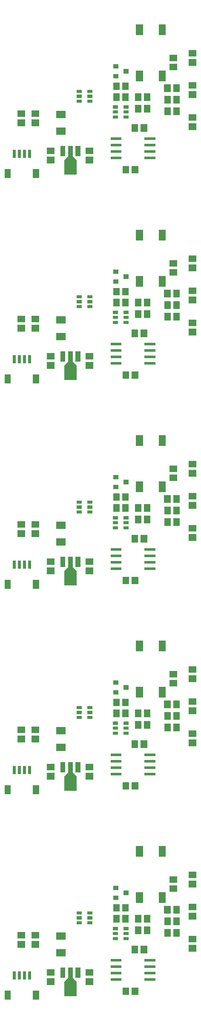
<source format=gbr>
G04 start of page 11 for group -4015 idx -4015 *
G04 Title: (unknown), toppaste *
G04 Creator: pcb 4.0.2 *
G04 CreationDate: Sun Oct 16 03:19:17 2022 UTC *
G04 For: ndholmes *
G04 Format: Gerber/RS-274X *
G04 PCB-Dimensions (mil): 3000.00 8100.00 *
G04 PCB-Coordinate-Origin: lower left *
%MOIN*%
%FSLAX25Y25*%
%LNTOPPASTE*%
%ADD78C,0.0001*%
G54D78*G36*
X231548Y719516D02*Y714398D01*
X237452D01*
Y719516D01*
X231548D01*
G37*
G36*
Y726602D02*Y721484D01*
X237452D01*
Y726602D01*
X231548D01*
G37*
G36*
X177516Y726452D02*X172398D01*
Y720548D01*
X177516D01*
Y726452D01*
G37*
G36*
X184602D02*X179484D01*
Y720548D01*
X184602D01*
Y726452D01*
G37*
G36*
Y717952D02*X179484D01*
Y712048D01*
X184602D01*
Y717952D01*
G37*
G36*
X177516D02*X172398D01*
Y712048D01*
X177516D01*
Y717952D01*
G37*
G36*
X231548Y744516D02*Y739398D01*
X237452D01*
Y744516D01*
X231548D01*
G37*
G36*
Y751602D02*Y746484D01*
X237452D01*
Y751602D01*
X231548D01*
G37*
G36*
X197000Y668500D02*Y666500D01*
X205500D01*
Y668500D01*
X197000D01*
G37*
G36*
Y673500D02*Y671500D01*
X205500D01*
Y673500D01*
X197000D01*
G37*
G36*
Y678500D02*Y676500D01*
X205500D01*
Y678500D01*
X197000D01*
G37*
G36*
Y683500D02*Y681500D01*
X205500D01*
Y683500D01*
X197000D01*
G37*
G36*
X170500D02*Y681500D01*
X179000D01*
Y683500D01*
X170500D01*
G37*
G36*
Y678500D02*Y676500D01*
X179000D01*
Y678500D01*
X170500D01*
G37*
G36*
Y673500D02*Y671500D01*
X179000D01*
Y673500D01*
X170500D01*
G37*
G36*
Y668500D02*Y666500D01*
X179000D01*
Y668500D01*
X170500D01*
G37*
G36*
X172500Y740700D02*Y737300D01*
X176500D01*
Y740700D01*
X172500D01*
G37*
G36*
Y732900D02*Y729500D01*
X176500D01*
Y732900D01*
X172500D01*
G37*
G36*
X180700Y736800D02*Y733400D01*
X184700D01*
Y736800D01*
X180700D01*
G37*
G36*
X231548Y694516D02*Y689398D01*
X237452D01*
Y694516D01*
X231548D01*
G37*
G36*
Y701602D02*Y696484D01*
X237452D01*
Y701602D01*
X231548D01*
G37*
G36*
X192016Y693952D02*X186898D01*
Y688048D01*
X192016D01*
Y693952D01*
G37*
G36*
X199102D02*X193984D01*
Y688048D01*
X199102D01*
Y693952D01*
G37*
G36*
X216548Y741016D02*Y735898D01*
X222452D01*
Y741016D01*
X216548D01*
G37*
G36*
Y748102D02*Y742984D01*
X222452D01*
Y748102D01*
X216548D01*
G37*
G36*
X144000Y720700D02*Y718300D01*
X148000D01*
Y720700D01*
X144000D01*
G37*
G36*
Y716800D02*Y714400D01*
X148000D01*
Y716800D01*
X144000D01*
G37*
G36*
Y712900D02*Y710500D01*
X148000D01*
Y712900D01*
X144000D01*
G37*
G36*
X152200D02*Y710500D01*
X156200D01*
Y712900D01*
X152200D01*
G37*
G36*
Y716800D02*Y714400D01*
X156200D01*
Y716800D01*
X152200D01*
G37*
G36*
Y720700D02*Y718300D01*
X156200D01*
Y720700D01*
X152200D01*
G37*
G36*
X151048Y675602D02*Y670484D01*
X156952D01*
Y675602D01*
X151048D01*
G37*
G36*
Y668516D02*Y663398D01*
X156952D01*
Y668516D01*
X151048D01*
G37*
G36*
X120548Y675602D02*Y670484D01*
X126452D01*
Y675602D01*
X120548D01*
G37*
G36*
Y668516D02*Y663398D01*
X126452D01*
Y668516D01*
X120548D01*
G37*
G36*
X146796Y676795D02*X143016D01*
Y668921D01*
X146796D01*
Y676795D01*
G37*
G36*
X140890D02*X137110D01*
Y661205D01*
X140890D01*
Y676795D01*
G37*
G36*
X143725Y666086D02*X134275D01*
Y654746D01*
X143725D01*
Y666086D01*
G37*
G36*
X140885Y668926D02*X139465Y667506D01*
X142305Y664666D01*
X143725Y666086D01*
X140885Y668926D01*
G37*
G36*
X138535Y667506D02*X137115Y668926D01*
X134275Y666086D01*
X135695Y664666D01*
X138535Y667506D01*
G37*
G36*
X134984Y676795D02*X131204D01*
Y668921D01*
X134984D01*
Y676795D01*
G37*
G36*
X96299Y673807D02*X93937D01*
Y667705D01*
X96299D01*
Y673807D01*
G37*
G36*
X100236D02*X97874D01*
Y667705D01*
X100236D01*
Y673807D01*
G37*
G36*
X104173D02*X101811D01*
Y667705D01*
X104173D01*
Y673807D01*
G37*
G36*
X108110D02*X105748D01*
Y667705D01*
X108110D01*
Y673807D01*
G37*
G36*
X92362Y659043D02*X87638D01*
Y651957D01*
X92362D01*
Y659043D01*
G37*
G36*
X114409D02*X109685D01*
Y651957D01*
X114409D01*
Y659043D01*
G37*
G36*
X195850Y735700D02*X190350D01*
Y727400D01*
X195850D01*
Y735700D01*
G37*
G36*
Y771600D02*X190350D01*
Y763300D01*
X195850D01*
Y771600D01*
G37*
G36*
X213650Y735700D02*X208150D01*
Y727400D01*
X213650D01*
Y735700D01*
G37*
G36*
Y771600D02*X208150D01*
Y763300D01*
X213650D01*
Y771600D01*
G37*
G36*
X180500Y700700D02*Y698300D01*
X184500D01*
Y700700D01*
X180500D01*
G37*
G36*
Y704600D02*Y702200D01*
X184500D01*
Y704600D01*
X180500D01*
G37*
G36*
Y708500D02*Y706100D01*
X184500D01*
Y708500D01*
X180500D01*
G37*
G36*
X172300D02*Y706100D01*
X176300D01*
Y708500D01*
X172300D01*
G37*
G36*
Y704600D02*Y702200D01*
X176300D01*
Y704600D01*
X172300D01*
G37*
G36*
Y700700D02*Y698300D01*
X176300D01*
Y700700D01*
X172300D01*
G37*
G36*
X217516Y715952D02*X212398D01*
Y710048D01*
X217516D01*
Y715952D01*
G37*
G36*
X224602D02*X219484D01*
Y710048D01*
X224602D01*
Y715952D01*
G37*
G36*
X217516Y706952D02*X212398D01*
Y701048D01*
X217516D01*
Y706952D01*
G37*
G36*
X224602D02*X219484D01*
Y701048D01*
X224602D01*
Y706952D01*
G37*
G36*
X192102Y661452D02*X186984D01*
Y655548D01*
X192102D01*
Y661452D01*
G37*
G36*
X185016D02*X179898D01*
Y655548D01*
X185016D01*
Y661452D01*
G37*
G36*
X217473Y724952D02*X212355D01*
Y719048D01*
X217473D01*
Y724952D01*
G37*
G36*
X224559D02*X219441D01*
Y719048D01*
X224559D01*
Y724952D01*
G37*
G36*
X194516Y717952D02*X189398D01*
Y712048D01*
X194516D01*
Y717952D01*
G37*
G36*
X201602D02*X196484D01*
Y712048D01*
X201602D01*
Y717952D01*
G37*
G36*
Y708952D02*X196484D01*
Y703048D01*
X201602D01*
Y708952D01*
G37*
G36*
X194516D02*X189398D01*
Y703048D01*
X194516D01*
Y708952D01*
G37*
G36*
X127750Y704250D02*Y698750D01*
X135250D01*
Y704250D01*
X127750D01*
G37*
G36*
Y691250D02*Y685750D01*
X135250D01*
Y691250D01*
X127750D01*
G37*
G36*
X108548Y704602D02*Y699484D01*
X114452D01*
Y704602D01*
X108548D01*
G37*
G36*
Y697516D02*Y692398D01*
X114452D01*
Y697516D01*
X108548D01*
G37*
G36*
X97548Y704602D02*Y699484D01*
X103452D01*
Y704602D01*
X97548D01*
G37*
G36*
Y697516D02*Y692398D01*
X103452D01*
Y697516D01*
X97548D01*
G37*
G36*
X231548Y559516D02*Y554398D01*
X237452D01*
Y559516D01*
X231548D01*
G37*
G36*
Y566602D02*Y561484D01*
X237452D01*
Y566602D01*
X231548D01*
G37*
G36*
X177516Y566452D02*X172398D01*
Y560548D01*
X177516D01*
Y566452D01*
G37*
G36*
X184602D02*X179484D01*
Y560548D01*
X184602D01*
Y566452D01*
G37*
G36*
Y557952D02*X179484D01*
Y552048D01*
X184602D01*
Y557952D01*
G37*
G36*
X177516D02*X172398D01*
Y552048D01*
X177516D01*
Y557952D01*
G37*
G36*
X231548Y584516D02*Y579398D01*
X237452D01*
Y584516D01*
X231548D01*
G37*
G36*
Y591602D02*Y586484D01*
X237452D01*
Y591602D01*
X231548D01*
G37*
G36*
X197000Y508500D02*Y506500D01*
X205500D01*
Y508500D01*
X197000D01*
G37*
G36*
Y513500D02*Y511500D01*
X205500D01*
Y513500D01*
X197000D01*
G37*
G36*
Y518500D02*Y516500D01*
X205500D01*
Y518500D01*
X197000D01*
G37*
G36*
Y523500D02*Y521500D01*
X205500D01*
Y523500D01*
X197000D01*
G37*
G36*
X170500D02*Y521500D01*
X179000D01*
Y523500D01*
X170500D01*
G37*
G36*
Y518500D02*Y516500D01*
X179000D01*
Y518500D01*
X170500D01*
G37*
G36*
Y513500D02*Y511500D01*
X179000D01*
Y513500D01*
X170500D01*
G37*
G36*
Y508500D02*Y506500D01*
X179000D01*
Y508500D01*
X170500D01*
G37*
G36*
X172500Y580700D02*Y577300D01*
X176500D01*
Y580700D01*
X172500D01*
G37*
G36*
Y572900D02*Y569500D01*
X176500D01*
Y572900D01*
X172500D01*
G37*
G36*
X180700Y576800D02*Y573400D01*
X184700D01*
Y576800D01*
X180700D01*
G37*
G36*
X231548Y534516D02*Y529398D01*
X237452D01*
Y534516D01*
X231548D01*
G37*
G36*
Y541602D02*Y536484D01*
X237452D01*
Y541602D01*
X231548D01*
G37*
G36*
X192016Y533952D02*X186898D01*
Y528048D01*
X192016D01*
Y533952D01*
G37*
G36*
X199102D02*X193984D01*
Y528048D01*
X199102D01*
Y533952D01*
G37*
G36*
X216548Y581016D02*Y575898D01*
X222452D01*
Y581016D01*
X216548D01*
G37*
G36*
Y588102D02*Y582984D01*
X222452D01*
Y588102D01*
X216548D01*
G37*
G36*
X144000Y560700D02*Y558300D01*
X148000D01*
Y560700D01*
X144000D01*
G37*
G36*
Y556800D02*Y554400D01*
X148000D01*
Y556800D01*
X144000D01*
G37*
G36*
Y552900D02*Y550500D01*
X148000D01*
Y552900D01*
X144000D01*
G37*
G36*
X152200D02*Y550500D01*
X156200D01*
Y552900D01*
X152200D01*
G37*
G36*
Y556800D02*Y554400D01*
X156200D01*
Y556800D01*
X152200D01*
G37*
G36*
Y560700D02*Y558300D01*
X156200D01*
Y560700D01*
X152200D01*
G37*
G36*
X151048Y515602D02*Y510484D01*
X156952D01*
Y515602D01*
X151048D01*
G37*
G36*
Y508516D02*Y503398D01*
X156952D01*
Y508516D01*
X151048D01*
G37*
G36*
X120548Y515602D02*Y510484D01*
X126452D01*
Y515602D01*
X120548D01*
G37*
G36*
Y508516D02*Y503398D01*
X126452D01*
Y508516D01*
X120548D01*
G37*
G36*
X146796Y516795D02*X143016D01*
Y508921D01*
X146796D01*
Y516795D01*
G37*
G36*
X140890D02*X137110D01*
Y501205D01*
X140890D01*
Y516795D01*
G37*
G36*
X143725Y506086D02*X134275D01*
Y494746D01*
X143725D01*
Y506086D01*
G37*
G36*
X140885Y508926D02*X139465Y507506D01*
X142305Y504666D01*
X143725Y506086D01*
X140885Y508926D01*
G37*
G36*
X138535Y507506D02*X137115Y508926D01*
X134275Y506086D01*
X135695Y504666D01*
X138535Y507506D01*
G37*
G36*
X134984Y516795D02*X131204D01*
Y508921D01*
X134984D01*
Y516795D01*
G37*
G36*
X96299Y513807D02*X93937D01*
Y507705D01*
X96299D01*
Y513807D01*
G37*
G36*
X100236D02*X97874D01*
Y507705D01*
X100236D01*
Y513807D01*
G37*
G36*
X104173D02*X101811D01*
Y507705D01*
X104173D01*
Y513807D01*
G37*
G36*
X108110D02*X105748D01*
Y507705D01*
X108110D01*
Y513807D01*
G37*
G36*
X92362Y499043D02*X87638D01*
Y491957D01*
X92362D01*
Y499043D01*
G37*
G36*
X114409D02*X109685D01*
Y491957D01*
X114409D01*
Y499043D01*
G37*
G36*
X195850Y575700D02*X190350D01*
Y567400D01*
X195850D01*
Y575700D01*
G37*
G36*
Y611600D02*X190350D01*
Y603300D01*
X195850D01*
Y611600D01*
G37*
G36*
X213650Y575700D02*X208150D01*
Y567400D01*
X213650D01*
Y575700D01*
G37*
G36*
Y611600D02*X208150D01*
Y603300D01*
X213650D01*
Y611600D01*
G37*
G36*
X180500Y540700D02*Y538300D01*
X184500D01*
Y540700D01*
X180500D01*
G37*
G36*
Y544600D02*Y542200D01*
X184500D01*
Y544600D01*
X180500D01*
G37*
G36*
Y548500D02*Y546100D01*
X184500D01*
Y548500D01*
X180500D01*
G37*
G36*
X172300D02*Y546100D01*
X176300D01*
Y548500D01*
X172300D01*
G37*
G36*
Y544600D02*Y542200D01*
X176300D01*
Y544600D01*
X172300D01*
G37*
G36*
Y540700D02*Y538300D01*
X176300D01*
Y540700D01*
X172300D01*
G37*
G36*
X217516Y555952D02*X212398D01*
Y550048D01*
X217516D01*
Y555952D01*
G37*
G36*
X224602D02*X219484D01*
Y550048D01*
X224602D01*
Y555952D01*
G37*
G36*
X217516Y546952D02*X212398D01*
Y541048D01*
X217516D01*
Y546952D01*
G37*
G36*
X224602D02*X219484D01*
Y541048D01*
X224602D01*
Y546952D01*
G37*
G36*
X192102Y501452D02*X186984D01*
Y495548D01*
X192102D01*
Y501452D01*
G37*
G36*
X185016D02*X179898D01*
Y495548D01*
X185016D01*
Y501452D01*
G37*
G36*
X217473Y564952D02*X212355D01*
Y559048D01*
X217473D01*
Y564952D01*
G37*
G36*
X224559D02*X219441D01*
Y559048D01*
X224559D01*
Y564952D01*
G37*
G36*
X194516Y557952D02*X189398D01*
Y552048D01*
X194516D01*
Y557952D01*
G37*
G36*
X201602D02*X196484D01*
Y552048D01*
X201602D01*
Y557952D01*
G37*
G36*
Y548952D02*X196484D01*
Y543048D01*
X201602D01*
Y548952D01*
G37*
G36*
X194516D02*X189398D01*
Y543048D01*
X194516D01*
Y548952D01*
G37*
G36*
X127750Y544250D02*Y538750D01*
X135250D01*
Y544250D01*
X127750D01*
G37*
G36*
Y531250D02*Y525750D01*
X135250D01*
Y531250D01*
X127750D01*
G37*
G36*
X108548Y544602D02*Y539484D01*
X114452D01*
Y544602D01*
X108548D01*
G37*
G36*
Y537516D02*Y532398D01*
X114452D01*
Y537516D01*
X108548D01*
G37*
G36*
X97548Y544602D02*Y539484D01*
X103452D01*
Y544602D01*
X97548D01*
G37*
G36*
Y537516D02*Y532398D01*
X103452D01*
Y537516D01*
X97548D01*
G37*
G36*
X231548Y399516D02*Y394398D01*
X237452D01*
Y399516D01*
X231548D01*
G37*
G36*
Y406602D02*Y401484D01*
X237452D01*
Y406602D01*
X231548D01*
G37*
G36*
X177516Y406452D02*X172398D01*
Y400548D01*
X177516D01*
Y406452D01*
G37*
G36*
X184602D02*X179484D01*
Y400548D01*
X184602D01*
Y406452D01*
G37*
G36*
Y397952D02*X179484D01*
Y392048D01*
X184602D01*
Y397952D01*
G37*
G36*
X177516D02*X172398D01*
Y392048D01*
X177516D01*
Y397952D01*
G37*
G36*
X231548Y424516D02*Y419398D01*
X237452D01*
Y424516D01*
X231548D01*
G37*
G36*
Y431602D02*Y426484D01*
X237452D01*
Y431602D01*
X231548D01*
G37*
G36*
X197000Y348500D02*Y346500D01*
X205500D01*
Y348500D01*
X197000D01*
G37*
G36*
Y353500D02*Y351500D01*
X205500D01*
Y353500D01*
X197000D01*
G37*
G36*
Y358500D02*Y356500D01*
X205500D01*
Y358500D01*
X197000D01*
G37*
G36*
Y363500D02*Y361500D01*
X205500D01*
Y363500D01*
X197000D01*
G37*
G36*
X170500D02*Y361500D01*
X179000D01*
Y363500D01*
X170500D01*
G37*
G36*
Y358500D02*Y356500D01*
X179000D01*
Y358500D01*
X170500D01*
G37*
G36*
Y353500D02*Y351500D01*
X179000D01*
Y353500D01*
X170500D01*
G37*
G36*
Y348500D02*Y346500D01*
X179000D01*
Y348500D01*
X170500D01*
G37*
G36*
X172500Y420700D02*Y417300D01*
X176500D01*
Y420700D01*
X172500D01*
G37*
G36*
Y412900D02*Y409500D01*
X176500D01*
Y412900D01*
X172500D01*
G37*
G36*
X180700Y416800D02*Y413400D01*
X184700D01*
Y416800D01*
X180700D01*
G37*
G36*
X231548Y374516D02*Y369398D01*
X237452D01*
Y374516D01*
X231548D01*
G37*
G36*
Y381602D02*Y376484D01*
X237452D01*
Y381602D01*
X231548D01*
G37*
G36*
X192016Y373952D02*X186898D01*
Y368048D01*
X192016D01*
Y373952D01*
G37*
G36*
X199102D02*X193984D01*
Y368048D01*
X199102D01*
Y373952D01*
G37*
G36*
X216548Y421016D02*Y415898D01*
X222452D01*
Y421016D01*
X216548D01*
G37*
G36*
Y428102D02*Y422984D01*
X222452D01*
Y428102D01*
X216548D01*
G37*
G36*
X144000Y400700D02*Y398300D01*
X148000D01*
Y400700D01*
X144000D01*
G37*
G36*
Y396800D02*Y394400D01*
X148000D01*
Y396800D01*
X144000D01*
G37*
G36*
Y392900D02*Y390500D01*
X148000D01*
Y392900D01*
X144000D01*
G37*
G36*
X152200D02*Y390500D01*
X156200D01*
Y392900D01*
X152200D01*
G37*
G36*
Y396800D02*Y394400D01*
X156200D01*
Y396800D01*
X152200D01*
G37*
G36*
Y400700D02*Y398300D01*
X156200D01*
Y400700D01*
X152200D01*
G37*
G36*
X151048Y355602D02*Y350484D01*
X156952D01*
Y355602D01*
X151048D01*
G37*
G36*
Y348516D02*Y343398D01*
X156952D01*
Y348516D01*
X151048D01*
G37*
G36*
X120548Y355602D02*Y350484D01*
X126452D01*
Y355602D01*
X120548D01*
G37*
G36*
Y348516D02*Y343398D01*
X126452D01*
Y348516D01*
X120548D01*
G37*
G36*
X146796Y356795D02*X143016D01*
Y348921D01*
X146796D01*
Y356795D01*
G37*
G36*
X140890D02*X137110D01*
Y341205D01*
X140890D01*
Y356795D01*
G37*
G36*
X143725Y346086D02*X134275D01*
Y334746D01*
X143725D01*
Y346086D01*
G37*
G36*
X140885Y348926D02*X139465Y347506D01*
X142305Y344666D01*
X143725Y346086D01*
X140885Y348926D01*
G37*
G36*
X138535Y347506D02*X137115Y348926D01*
X134275Y346086D01*
X135695Y344666D01*
X138535Y347506D01*
G37*
G36*
X134984Y356795D02*X131204D01*
Y348921D01*
X134984D01*
Y356795D01*
G37*
G36*
X96299Y353807D02*X93937D01*
Y347705D01*
X96299D01*
Y353807D01*
G37*
G36*
X100236D02*X97874D01*
Y347705D01*
X100236D01*
Y353807D01*
G37*
G36*
X104173D02*X101811D01*
Y347705D01*
X104173D01*
Y353807D01*
G37*
G36*
X108110D02*X105748D01*
Y347705D01*
X108110D01*
Y353807D01*
G37*
G36*
X92362Y339043D02*X87638D01*
Y331957D01*
X92362D01*
Y339043D01*
G37*
G36*
X114409D02*X109685D01*
Y331957D01*
X114409D01*
Y339043D01*
G37*
G36*
X195850Y415700D02*X190350D01*
Y407400D01*
X195850D01*
Y415700D01*
G37*
G36*
Y451600D02*X190350D01*
Y443300D01*
X195850D01*
Y451600D01*
G37*
G36*
X213650Y415700D02*X208150D01*
Y407400D01*
X213650D01*
Y415700D01*
G37*
G36*
Y451600D02*X208150D01*
Y443300D01*
X213650D01*
Y451600D01*
G37*
G36*
X180500Y380700D02*Y378300D01*
X184500D01*
Y380700D01*
X180500D01*
G37*
G36*
Y384600D02*Y382200D01*
X184500D01*
Y384600D01*
X180500D01*
G37*
G36*
Y388500D02*Y386100D01*
X184500D01*
Y388500D01*
X180500D01*
G37*
G36*
X172300D02*Y386100D01*
X176300D01*
Y388500D01*
X172300D01*
G37*
G36*
Y384600D02*Y382200D01*
X176300D01*
Y384600D01*
X172300D01*
G37*
G36*
Y380700D02*Y378300D01*
X176300D01*
Y380700D01*
X172300D01*
G37*
G36*
X217516Y395952D02*X212398D01*
Y390048D01*
X217516D01*
Y395952D01*
G37*
G36*
X224602D02*X219484D01*
Y390048D01*
X224602D01*
Y395952D01*
G37*
G36*
X217516Y386952D02*X212398D01*
Y381048D01*
X217516D01*
Y386952D01*
G37*
G36*
X224602D02*X219484D01*
Y381048D01*
X224602D01*
Y386952D01*
G37*
G36*
X192102Y341452D02*X186984D01*
Y335548D01*
X192102D01*
Y341452D01*
G37*
G36*
X185016D02*X179898D01*
Y335548D01*
X185016D01*
Y341452D01*
G37*
G36*
X217473Y404952D02*X212355D01*
Y399048D01*
X217473D01*
Y404952D01*
G37*
G36*
X224559D02*X219441D01*
Y399048D01*
X224559D01*
Y404952D01*
G37*
G36*
X194516Y397952D02*X189398D01*
Y392048D01*
X194516D01*
Y397952D01*
G37*
G36*
X201602D02*X196484D01*
Y392048D01*
X201602D01*
Y397952D01*
G37*
G36*
Y388952D02*X196484D01*
Y383048D01*
X201602D01*
Y388952D01*
G37*
G36*
X194516D02*X189398D01*
Y383048D01*
X194516D01*
Y388952D01*
G37*
G36*
X127750Y384250D02*Y378750D01*
X135250D01*
Y384250D01*
X127750D01*
G37*
G36*
Y371250D02*Y365750D01*
X135250D01*
Y371250D01*
X127750D01*
G37*
G36*
X108548Y384602D02*Y379484D01*
X114452D01*
Y384602D01*
X108548D01*
G37*
G36*
Y377516D02*Y372398D01*
X114452D01*
Y377516D01*
X108548D01*
G37*
G36*
X97548Y384602D02*Y379484D01*
X103452D01*
Y384602D01*
X97548D01*
G37*
G36*
Y377516D02*Y372398D01*
X103452D01*
Y377516D01*
X97548D01*
G37*
G36*
X231548Y239516D02*Y234398D01*
X237452D01*
Y239516D01*
X231548D01*
G37*
G36*
Y246602D02*Y241484D01*
X237452D01*
Y246602D01*
X231548D01*
G37*
G36*
X177516Y246452D02*X172398D01*
Y240548D01*
X177516D01*
Y246452D01*
G37*
G36*
X184602D02*X179484D01*
Y240548D01*
X184602D01*
Y246452D01*
G37*
G36*
Y237952D02*X179484D01*
Y232048D01*
X184602D01*
Y237952D01*
G37*
G36*
X177516D02*X172398D01*
Y232048D01*
X177516D01*
Y237952D01*
G37*
G36*
X231548Y264516D02*Y259398D01*
X237452D01*
Y264516D01*
X231548D01*
G37*
G36*
Y271602D02*Y266484D01*
X237452D01*
Y271602D01*
X231548D01*
G37*
G36*
X197000Y188500D02*Y186500D01*
X205500D01*
Y188500D01*
X197000D01*
G37*
G36*
Y193500D02*Y191500D01*
X205500D01*
Y193500D01*
X197000D01*
G37*
G36*
Y198500D02*Y196500D01*
X205500D01*
Y198500D01*
X197000D01*
G37*
G36*
Y203500D02*Y201500D01*
X205500D01*
Y203500D01*
X197000D01*
G37*
G36*
X170500D02*Y201500D01*
X179000D01*
Y203500D01*
X170500D01*
G37*
G36*
Y198500D02*Y196500D01*
X179000D01*
Y198500D01*
X170500D01*
G37*
G36*
Y193500D02*Y191500D01*
X179000D01*
Y193500D01*
X170500D01*
G37*
G36*
Y188500D02*Y186500D01*
X179000D01*
Y188500D01*
X170500D01*
G37*
G36*
X172500Y260700D02*Y257300D01*
X176500D01*
Y260700D01*
X172500D01*
G37*
G36*
Y252900D02*Y249500D01*
X176500D01*
Y252900D01*
X172500D01*
G37*
G36*
X180700Y256800D02*Y253400D01*
X184700D01*
Y256800D01*
X180700D01*
G37*
G36*
X231548Y214516D02*Y209398D01*
X237452D01*
Y214516D01*
X231548D01*
G37*
G36*
Y221602D02*Y216484D01*
X237452D01*
Y221602D01*
X231548D01*
G37*
G36*
X192016Y213952D02*X186898D01*
Y208048D01*
X192016D01*
Y213952D01*
G37*
G36*
X199102D02*X193984D01*
Y208048D01*
X199102D01*
Y213952D01*
G37*
G36*
X216548Y261016D02*Y255898D01*
X222452D01*
Y261016D01*
X216548D01*
G37*
G36*
Y268102D02*Y262984D01*
X222452D01*
Y268102D01*
X216548D01*
G37*
G36*
X144000Y240700D02*Y238300D01*
X148000D01*
Y240700D01*
X144000D01*
G37*
G36*
Y236800D02*Y234400D01*
X148000D01*
Y236800D01*
X144000D01*
G37*
G36*
Y232900D02*Y230500D01*
X148000D01*
Y232900D01*
X144000D01*
G37*
G36*
X152200D02*Y230500D01*
X156200D01*
Y232900D01*
X152200D01*
G37*
G36*
Y236800D02*Y234400D01*
X156200D01*
Y236800D01*
X152200D01*
G37*
G36*
Y240700D02*Y238300D01*
X156200D01*
Y240700D01*
X152200D01*
G37*
G36*
X151048Y195602D02*Y190484D01*
X156952D01*
Y195602D01*
X151048D01*
G37*
G36*
Y188516D02*Y183398D01*
X156952D01*
Y188516D01*
X151048D01*
G37*
G36*
X120548Y195602D02*Y190484D01*
X126452D01*
Y195602D01*
X120548D01*
G37*
G36*
Y188516D02*Y183398D01*
X126452D01*
Y188516D01*
X120548D01*
G37*
G36*
X146796Y196795D02*X143016D01*
Y188921D01*
X146796D01*
Y196795D01*
G37*
G36*
X140890D02*X137110D01*
Y181205D01*
X140890D01*
Y196795D01*
G37*
G36*
X143725Y186086D02*X134275D01*
Y174746D01*
X143725D01*
Y186086D01*
G37*
G36*
X140885Y188926D02*X139465Y187506D01*
X142305Y184666D01*
X143725Y186086D01*
X140885Y188926D01*
G37*
G36*
X138535Y187506D02*X137115Y188926D01*
X134275Y186086D01*
X135695Y184666D01*
X138535Y187506D01*
G37*
G36*
X134984Y196795D02*X131204D01*
Y188921D01*
X134984D01*
Y196795D01*
G37*
G36*
X96299Y193807D02*X93937D01*
Y187705D01*
X96299D01*
Y193807D01*
G37*
G36*
X100236D02*X97874D01*
Y187705D01*
X100236D01*
Y193807D01*
G37*
G36*
X104173D02*X101811D01*
Y187705D01*
X104173D01*
Y193807D01*
G37*
G36*
X108110D02*X105748D01*
Y187705D01*
X108110D01*
Y193807D01*
G37*
G36*
X92362Y179043D02*X87638D01*
Y171957D01*
X92362D01*
Y179043D01*
G37*
G36*
X114409D02*X109685D01*
Y171957D01*
X114409D01*
Y179043D01*
G37*
G36*
X195850Y255700D02*X190350D01*
Y247400D01*
X195850D01*
Y255700D01*
G37*
G36*
Y291600D02*X190350D01*
Y283300D01*
X195850D01*
Y291600D01*
G37*
G36*
X213650Y255700D02*X208150D01*
Y247400D01*
X213650D01*
Y255700D01*
G37*
G36*
Y291600D02*X208150D01*
Y283300D01*
X213650D01*
Y291600D01*
G37*
G36*
X180500Y220700D02*Y218300D01*
X184500D01*
Y220700D01*
X180500D01*
G37*
G36*
Y224600D02*Y222200D01*
X184500D01*
Y224600D01*
X180500D01*
G37*
G36*
Y228500D02*Y226100D01*
X184500D01*
Y228500D01*
X180500D01*
G37*
G36*
X172300D02*Y226100D01*
X176300D01*
Y228500D01*
X172300D01*
G37*
G36*
Y224600D02*Y222200D01*
X176300D01*
Y224600D01*
X172300D01*
G37*
G36*
Y220700D02*Y218300D01*
X176300D01*
Y220700D01*
X172300D01*
G37*
G36*
X217516Y235952D02*X212398D01*
Y230048D01*
X217516D01*
Y235952D01*
G37*
G36*
X224602D02*X219484D01*
Y230048D01*
X224602D01*
Y235952D01*
G37*
G36*
X217516Y226952D02*X212398D01*
Y221048D01*
X217516D01*
Y226952D01*
G37*
G36*
X224602D02*X219484D01*
Y221048D01*
X224602D01*
Y226952D01*
G37*
G36*
X192102Y181452D02*X186984D01*
Y175548D01*
X192102D01*
Y181452D01*
G37*
G36*
X185016D02*X179898D01*
Y175548D01*
X185016D01*
Y181452D01*
G37*
G36*
X217473Y244952D02*X212355D01*
Y239048D01*
X217473D01*
Y244952D01*
G37*
G36*
X224559D02*X219441D01*
Y239048D01*
X224559D01*
Y244952D01*
G37*
G36*
X194516Y237952D02*X189398D01*
Y232048D01*
X194516D01*
Y237952D01*
G37*
G36*
X201602D02*X196484D01*
Y232048D01*
X201602D01*
Y237952D01*
G37*
G36*
Y228952D02*X196484D01*
Y223048D01*
X201602D01*
Y228952D01*
G37*
G36*
X194516D02*X189398D01*
Y223048D01*
X194516D01*
Y228952D01*
G37*
G36*
X127750Y224250D02*Y218750D01*
X135250D01*
Y224250D01*
X127750D01*
G37*
G36*
Y211250D02*Y205750D01*
X135250D01*
Y211250D01*
X127750D01*
G37*
G36*
X108548Y224602D02*Y219484D01*
X114452D01*
Y224602D01*
X108548D01*
G37*
G36*
Y217516D02*Y212398D01*
X114452D01*
Y217516D01*
X108548D01*
G37*
G36*
X97548Y224602D02*Y219484D01*
X103452D01*
Y224602D01*
X97548D01*
G37*
G36*
Y217516D02*Y212398D01*
X103452D01*
Y217516D01*
X97548D01*
G37*
G36*
X231548Y79516D02*Y74398D01*
X237452D01*
Y79516D01*
X231548D01*
G37*
G36*
Y86602D02*Y81484D01*
X237452D01*
Y86602D01*
X231548D01*
G37*
G36*
X177516Y86452D02*X172398D01*
Y80548D01*
X177516D01*
Y86452D01*
G37*
G36*
X184602D02*X179484D01*
Y80548D01*
X184602D01*
Y86452D01*
G37*
G36*
Y77952D02*X179484D01*
Y72048D01*
X184602D01*
Y77952D01*
G37*
G36*
X177516D02*X172398D01*
Y72048D01*
X177516D01*
Y77952D01*
G37*
G36*
X231548Y104516D02*Y99398D01*
X237452D01*
Y104516D01*
X231548D01*
G37*
G36*
Y111602D02*Y106484D01*
X237452D01*
Y111602D01*
X231548D01*
G37*
G36*
X197000Y28500D02*Y26500D01*
X205500D01*
Y28500D01*
X197000D01*
G37*
G36*
Y33500D02*Y31500D01*
X205500D01*
Y33500D01*
X197000D01*
G37*
G36*
Y38500D02*Y36500D01*
X205500D01*
Y38500D01*
X197000D01*
G37*
G36*
Y43500D02*Y41500D01*
X205500D01*
Y43500D01*
X197000D01*
G37*
G36*
X170500D02*Y41500D01*
X179000D01*
Y43500D01*
X170500D01*
G37*
G36*
Y38500D02*Y36500D01*
X179000D01*
Y38500D01*
X170500D01*
G37*
G36*
Y33500D02*Y31500D01*
X179000D01*
Y33500D01*
X170500D01*
G37*
G36*
Y28500D02*Y26500D01*
X179000D01*
Y28500D01*
X170500D01*
G37*
G36*
X172500Y100700D02*Y97300D01*
X176500D01*
Y100700D01*
X172500D01*
G37*
G36*
Y92900D02*Y89500D01*
X176500D01*
Y92900D01*
X172500D01*
G37*
G36*
X180700Y96800D02*Y93400D01*
X184700D01*
Y96800D01*
X180700D01*
G37*
G36*
X231548Y54516D02*Y49398D01*
X237452D01*
Y54516D01*
X231548D01*
G37*
G36*
Y61602D02*Y56484D01*
X237452D01*
Y61602D01*
X231548D01*
G37*
G36*
X192016Y53952D02*X186898D01*
Y48048D01*
X192016D01*
Y53952D01*
G37*
G36*
X199102D02*X193984D01*
Y48048D01*
X199102D01*
Y53952D01*
G37*
G36*
X216548Y101016D02*Y95898D01*
X222452D01*
Y101016D01*
X216548D01*
G37*
G36*
Y108102D02*Y102984D01*
X222452D01*
Y108102D01*
X216548D01*
G37*
G36*
X144000Y80700D02*Y78300D01*
X148000D01*
Y80700D01*
X144000D01*
G37*
G36*
Y76800D02*Y74400D01*
X148000D01*
Y76800D01*
X144000D01*
G37*
G36*
Y72900D02*Y70500D01*
X148000D01*
Y72900D01*
X144000D01*
G37*
G36*
X152200D02*Y70500D01*
X156200D01*
Y72900D01*
X152200D01*
G37*
G36*
Y76800D02*Y74400D01*
X156200D01*
Y76800D01*
X152200D01*
G37*
G36*
Y80700D02*Y78300D01*
X156200D01*
Y80700D01*
X152200D01*
G37*
G36*
X151048Y35602D02*Y30484D01*
X156952D01*
Y35602D01*
X151048D01*
G37*
G36*
Y28516D02*Y23398D01*
X156952D01*
Y28516D01*
X151048D01*
G37*
G36*
X120548Y35602D02*Y30484D01*
X126452D01*
Y35602D01*
X120548D01*
G37*
G36*
Y28516D02*Y23398D01*
X126452D01*
Y28516D01*
X120548D01*
G37*
G36*
X146796Y36795D02*X143016D01*
Y28921D01*
X146796D01*
Y36795D01*
G37*
G36*
X140890D02*X137110D01*
Y21205D01*
X140890D01*
Y36795D01*
G37*
G36*
X143725Y26086D02*X134275D01*
Y14746D01*
X143725D01*
Y26086D01*
G37*
G36*
X140885Y28926D02*X139465Y27506D01*
X142305Y24666D01*
X143725Y26086D01*
X140885Y28926D01*
G37*
G36*
X138535Y27506D02*X137115Y28926D01*
X134275Y26086D01*
X135695Y24666D01*
X138535Y27506D01*
G37*
G36*
X134984Y36795D02*X131204D01*
Y28921D01*
X134984D01*
Y36795D01*
G37*
G36*
X96299Y33807D02*X93937D01*
Y27705D01*
X96299D01*
Y33807D01*
G37*
G36*
X100236D02*X97874D01*
Y27705D01*
X100236D01*
Y33807D01*
G37*
G36*
X104173D02*X101811D01*
Y27705D01*
X104173D01*
Y33807D01*
G37*
G36*
X108110D02*X105748D01*
Y27705D01*
X108110D01*
Y33807D01*
G37*
G36*
X92362Y19043D02*X87638D01*
Y11957D01*
X92362D01*
Y19043D01*
G37*
G36*
X114409D02*X109685D01*
Y11957D01*
X114409D01*
Y19043D01*
G37*
G36*
X195850Y95700D02*X190350D01*
Y87400D01*
X195850D01*
Y95700D01*
G37*
G36*
Y131600D02*X190350D01*
Y123300D01*
X195850D01*
Y131600D01*
G37*
G36*
X213650Y95700D02*X208150D01*
Y87400D01*
X213650D01*
Y95700D01*
G37*
G36*
Y131600D02*X208150D01*
Y123300D01*
X213650D01*
Y131600D01*
G37*
G36*
X180500Y60700D02*Y58300D01*
X184500D01*
Y60700D01*
X180500D01*
G37*
G36*
Y64600D02*Y62200D01*
X184500D01*
Y64600D01*
X180500D01*
G37*
G36*
Y68500D02*Y66100D01*
X184500D01*
Y68500D01*
X180500D01*
G37*
G36*
X172300D02*Y66100D01*
X176300D01*
Y68500D01*
X172300D01*
G37*
G36*
Y64600D02*Y62200D01*
X176300D01*
Y64600D01*
X172300D01*
G37*
G36*
Y60700D02*Y58300D01*
X176300D01*
Y60700D01*
X172300D01*
G37*
G36*
X217516Y75952D02*X212398D01*
Y70048D01*
X217516D01*
Y75952D01*
G37*
G36*
X224602D02*X219484D01*
Y70048D01*
X224602D01*
Y75952D01*
G37*
G36*
X217516Y66952D02*X212398D01*
Y61048D01*
X217516D01*
Y66952D01*
G37*
G36*
X224602D02*X219484D01*
Y61048D01*
X224602D01*
Y66952D01*
G37*
G36*
X192102Y21452D02*X186984D01*
Y15548D01*
X192102D01*
Y21452D01*
G37*
G36*
X185016D02*X179898D01*
Y15548D01*
X185016D01*
Y21452D01*
G37*
G36*
X217473Y84952D02*X212355D01*
Y79048D01*
X217473D01*
Y84952D01*
G37*
G36*
X224559D02*X219441D01*
Y79048D01*
X224559D01*
Y84952D01*
G37*
G36*
X194516Y77952D02*X189398D01*
Y72048D01*
X194516D01*
Y77952D01*
G37*
G36*
X201602D02*X196484D01*
Y72048D01*
X201602D01*
Y77952D01*
G37*
G36*
Y68952D02*X196484D01*
Y63048D01*
X201602D01*
Y68952D01*
G37*
G36*
X194516D02*X189398D01*
Y63048D01*
X194516D01*
Y68952D01*
G37*
G36*
X127750Y64250D02*Y58750D01*
X135250D01*
Y64250D01*
X127750D01*
G37*
G36*
Y51250D02*Y45750D01*
X135250D01*
Y51250D01*
X127750D01*
G37*
G36*
X108548Y64602D02*Y59484D01*
X114452D01*
Y64602D01*
X108548D01*
G37*
G36*
Y57516D02*Y52398D01*
X114452D01*
Y57516D01*
X108548D01*
G37*
G36*
X97548Y64602D02*Y59484D01*
X103452D01*
Y64602D01*
X97548D01*
G37*
G36*
Y57516D02*Y52398D01*
X103452D01*
Y57516D01*
X97548D01*
G37*
M02*

</source>
